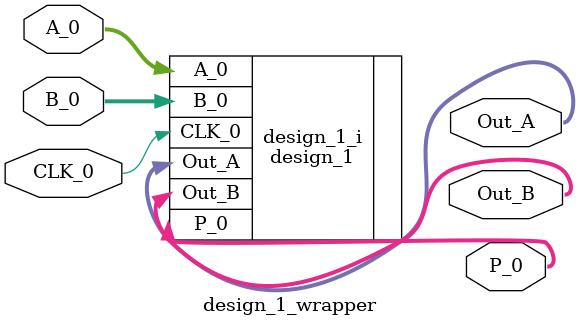
<source format=v>
`timescale 1 ps / 1 ps

module design_1_wrapper
   (A_0,
    B_0,
    CLK_0,
    Out_A,
    Out_B,
    P_0);
  input [1:0]A_0;
  input [1:0]B_0;
  input CLK_0;
  output [1:0]Out_A;
  output [1:0]Out_B;
  output [3:0]P_0;

  wire [1:0]A_0;
  wire [1:0]B_0;
  wire CLK_0;
  wire [1:0]Out_A;
  wire [1:0]Out_B;
  wire [3:0]P_0;

  design_1 design_1_i
       (.A_0(A_0),
        .B_0(B_0),
        .CLK_0(CLK_0),
        .Out_A(Out_A),
        .Out_B(Out_B),
        .P_0(P_0));
endmodule

</source>
